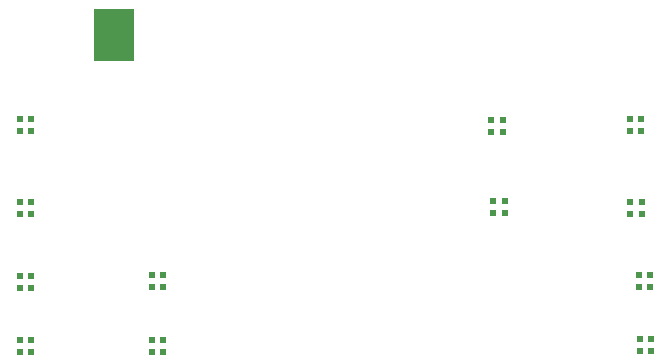
<source format=gbr>
G04 EAGLE Gerber RS-274X export*
G75*
%MOMM*%
%FSLAX34Y34*%
%LPD*%
%INSolderpaste Bottom*%
%IPPOS*%
%AMOC8*
5,1,8,0,0,1.08239X$1,22.5*%
G01*
%ADD10R,3.429000X4.495800*%
%ADD11R,0.600000X0.600000*%


D10*
X205613Y312293D03*
D11*
X650494Y108886D03*
X650494Y98886D03*
X659892Y108886D03*
X659892Y98886D03*
X651002Y54530D03*
X651002Y44530D03*
X660654Y54530D03*
X660654Y44530D03*
X642874Y160354D03*
X642874Y170354D03*
X652526Y160354D03*
X652526Y170354D03*
X135382Y53768D03*
X135382Y43768D03*
X125730Y53768D03*
X125730Y43768D03*
X135382Y240712D03*
X135382Y230712D03*
X125730Y240712D03*
X125730Y230712D03*
X135636Y160608D03*
X135636Y170608D03*
X125984Y160608D03*
X125984Y170608D03*
X642366Y240712D03*
X642366Y230712D03*
X652018Y240712D03*
X652018Y230712D03*
X135382Y107870D03*
X135382Y97870D03*
X125984Y107870D03*
X125984Y97870D03*
X237490Y53768D03*
X237490Y43768D03*
X247142Y53768D03*
X247142Y43768D03*
X534924Y239696D03*
X534924Y229696D03*
X525272Y239696D03*
X525272Y229696D03*
X536448Y161624D03*
X536448Y171624D03*
X526796Y161624D03*
X526796Y171624D03*
X237744Y108632D03*
X237744Y98632D03*
X247396Y108632D03*
X247396Y98632D03*
M02*

</source>
